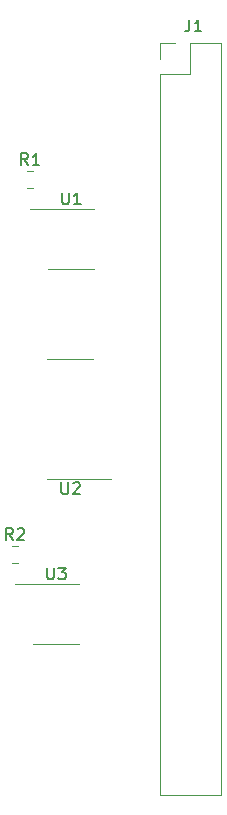
<source format=gbr>
G04 #@! TF.GenerationSoftware,KiCad,Pcbnew,5.1.6-c6e7f7d~87~ubuntu18.04.1*
G04 #@! TF.CreationDate,2020-09-06T21:37:12+01:00*
G04 #@! TF.ProjectId,KiCadOpenSession,4b694361-644f-4706-956e-53657373696f,rev?*
G04 #@! TF.SameCoordinates,Original*
G04 #@! TF.FileFunction,Legend,Top*
G04 #@! TF.FilePolarity,Positive*
%FSLAX46Y46*%
G04 Gerber Fmt 4.6, Leading zero omitted, Abs format (unit mm)*
G04 Created by KiCad (PCBNEW 5.1.6-c6e7f7d~87~ubuntu18.04.1) date 2020-09-06 21:37:12*
%MOMM*%
%LPD*%
G01*
G04 APERTURE LIST*
%ADD10C,0.120000*%
%ADD11C,0.150000*%
G04 APERTURE END LIST*
D10*
X148655000Y-129560000D02*
X150605000Y-129560000D01*
X148655000Y-129560000D02*
X146705000Y-129560000D01*
X148655000Y-124440000D02*
X150605000Y-124440000D01*
X148655000Y-124440000D02*
X145205000Y-124440000D01*
X149860000Y-105430000D02*
X147910000Y-105430000D01*
X149860000Y-105430000D02*
X151810000Y-105430000D01*
X149860000Y-115550000D02*
X147910000Y-115550000D01*
X149860000Y-115550000D02*
X153310000Y-115550000D01*
X149925000Y-97810000D02*
X151875000Y-97810000D01*
X149925000Y-97810000D02*
X147975000Y-97810000D01*
X149925000Y-92690000D02*
X151875000Y-92690000D01*
X149925000Y-92690000D02*
X146475000Y-92690000D01*
X144908748Y-121210000D02*
X145431252Y-121210000D01*
X144908748Y-122630000D02*
X145431252Y-122630000D01*
X146178748Y-89460000D02*
X146701252Y-89460000D01*
X146178748Y-90880000D02*
X146701252Y-90880000D01*
X162620000Y-78680000D02*
X160020000Y-78680000D01*
X162620000Y-78680000D02*
X162620000Y-142300000D01*
X162620000Y-142300000D02*
X157420000Y-142300000D01*
X157420000Y-81280000D02*
X157420000Y-142300000D01*
X160020000Y-81280000D02*
X157420000Y-81280000D01*
X160020000Y-78680000D02*
X160020000Y-81280000D01*
X157420000Y-78680000D02*
X157420000Y-80010000D01*
X158750000Y-78680000D02*
X157420000Y-78680000D01*
D11*
X147893095Y-123052380D02*
X147893095Y-123861904D01*
X147940714Y-123957142D01*
X147988333Y-124004761D01*
X148083571Y-124052380D01*
X148274047Y-124052380D01*
X148369285Y-124004761D01*
X148416904Y-123957142D01*
X148464523Y-123861904D01*
X148464523Y-123052380D01*
X148845476Y-123052380D02*
X149464523Y-123052380D01*
X149131190Y-123433333D01*
X149274047Y-123433333D01*
X149369285Y-123480952D01*
X149416904Y-123528571D01*
X149464523Y-123623809D01*
X149464523Y-123861904D01*
X149416904Y-123957142D01*
X149369285Y-124004761D01*
X149274047Y-124052380D01*
X148988333Y-124052380D01*
X148893095Y-124004761D01*
X148845476Y-123957142D01*
X149098095Y-115842380D02*
X149098095Y-116651904D01*
X149145714Y-116747142D01*
X149193333Y-116794761D01*
X149288571Y-116842380D01*
X149479047Y-116842380D01*
X149574285Y-116794761D01*
X149621904Y-116747142D01*
X149669523Y-116651904D01*
X149669523Y-115842380D01*
X150098095Y-115937619D02*
X150145714Y-115890000D01*
X150240952Y-115842380D01*
X150479047Y-115842380D01*
X150574285Y-115890000D01*
X150621904Y-115937619D01*
X150669523Y-116032857D01*
X150669523Y-116128095D01*
X150621904Y-116270952D01*
X150050476Y-116842380D01*
X150669523Y-116842380D01*
X149163095Y-91302380D02*
X149163095Y-92111904D01*
X149210714Y-92207142D01*
X149258333Y-92254761D01*
X149353571Y-92302380D01*
X149544047Y-92302380D01*
X149639285Y-92254761D01*
X149686904Y-92207142D01*
X149734523Y-92111904D01*
X149734523Y-91302380D01*
X150734523Y-92302380D02*
X150163095Y-92302380D01*
X150448809Y-92302380D02*
X150448809Y-91302380D01*
X150353571Y-91445238D01*
X150258333Y-91540476D01*
X150163095Y-91588095D01*
X145003333Y-120722380D02*
X144670000Y-120246190D01*
X144431904Y-120722380D02*
X144431904Y-119722380D01*
X144812857Y-119722380D01*
X144908095Y-119770000D01*
X144955714Y-119817619D01*
X145003333Y-119912857D01*
X145003333Y-120055714D01*
X144955714Y-120150952D01*
X144908095Y-120198571D01*
X144812857Y-120246190D01*
X144431904Y-120246190D01*
X145384285Y-119817619D02*
X145431904Y-119770000D01*
X145527142Y-119722380D01*
X145765238Y-119722380D01*
X145860476Y-119770000D01*
X145908095Y-119817619D01*
X145955714Y-119912857D01*
X145955714Y-120008095D01*
X145908095Y-120150952D01*
X145336666Y-120722380D01*
X145955714Y-120722380D01*
X146273333Y-88972380D02*
X145940000Y-88496190D01*
X145701904Y-88972380D02*
X145701904Y-87972380D01*
X146082857Y-87972380D01*
X146178095Y-88020000D01*
X146225714Y-88067619D01*
X146273333Y-88162857D01*
X146273333Y-88305714D01*
X146225714Y-88400952D01*
X146178095Y-88448571D01*
X146082857Y-88496190D01*
X145701904Y-88496190D01*
X147225714Y-88972380D02*
X146654285Y-88972380D01*
X146940000Y-88972380D02*
X146940000Y-87972380D01*
X146844761Y-88115238D01*
X146749523Y-88210476D01*
X146654285Y-88258095D01*
X159940666Y-76668380D02*
X159940666Y-77382666D01*
X159893047Y-77525523D01*
X159797809Y-77620761D01*
X159654952Y-77668380D01*
X159559714Y-77668380D01*
X160940666Y-77668380D02*
X160369238Y-77668380D01*
X160654952Y-77668380D02*
X160654952Y-76668380D01*
X160559714Y-76811238D01*
X160464476Y-76906476D01*
X160369238Y-76954095D01*
M02*

</source>
